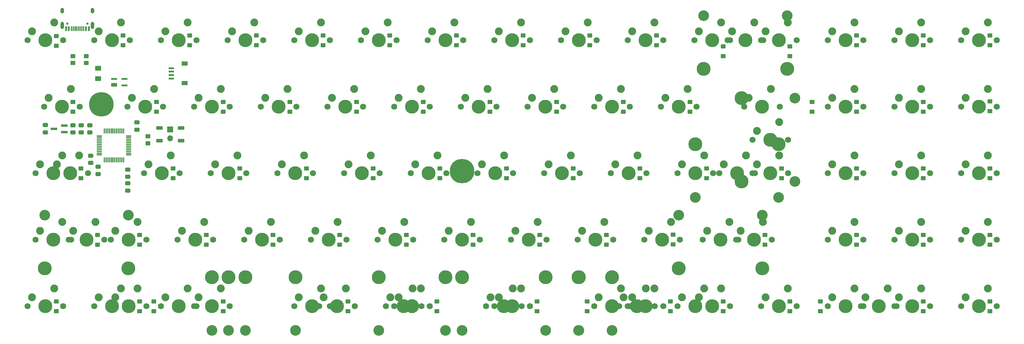
<source format=gbr>
%TF.GenerationSoftware,KiCad,Pcbnew,(7.0.0)*%
%TF.CreationDate,2024-06-11T23:13:23+02:00*%
%TF.ProjectId,qazimodo,71617a69-6d6f-4646-9f2e-6b696361645f,rev?*%
%TF.SameCoordinates,Original*%
%TF.FileFunction,Soldermask,Bot*%
%TF.FilePolarity,Negative*%
%FSLAX46Y46*%
G04 Gerber Fmt 4.6, Leading zero omitted, Abs format (unit mm)*
G04 Created by KiCad (PCBNEW (7.0.0)) date 2024-06-11 23:13:23*
%MOMM*%
%LPD*%
G01*
G04 APERTURE LIST*
G04 Aperture macros list*
%AMRoundRect*
0 Rectangle with rounded corners*
0 $1 Rounding radius*
0 $2 $3 $4 $5 $6 $7 $8 $9 X,Y pos of 4 corners*
0 Add a 4 corners polygon primitive as box body*
4,1,4,$2,$3,$4,$5,$6,$7,$8,$9,$2,$3,0*
0 Add four circle primitives for the rounded corners*
1,1,$1+$1,$2,$3*
1,1,$1+$1,$4,$5*
1,1,$1+$1,$6,$7*
1,1,$1+$1,$8,$9*
0 Add four rect primitives between the rounded corners*
20,1,$1+$1,$2,$3,$4,$5,0*
20,1,$1+$1,$4,$5,$6,$7,0*
20,1,$1+$1,$6,$7,$8,$9,0*
20,1,$1+$1,$8,$9,$2,$3,0*%
G04 Aperture macros list end*
%ADD10C,1.750000*%
%ADD11C,3.987800*%
%ADD12C,2.250000*%
%ADD13C,3.048000*%
%ADD14C,4.000000*%
%ADD15C,2.200000*%
%ADD16C,1.000000*%
%ADD17C,7.001300*%
%ADD18C,7.000240*%
%ADD19RoundRect,0.272727X0.427273X-0.327273X0.427273X0.327273X-0.427273X0.327273X-0.427273X-0.327273X0*%
%ADD20R,1.800000X1.200000*%
%ADD21R,1.550000X0.600000*%
%ADD22RoundRect,0.250000X-0.475000X0.337500X-0.475000X-0.337500X0.475000X-0.337500X0.475000X0.337500X0*%
%ADD23R,1.900000X0.800000*%
%ADD24RoundRect,0.250000X0.475000X-0.337500X0.475000X0.337500X-0.475000X0.337500X-0.475000X-0.337500X0*%
%ADD25RoundRect,0.250000X-0.450000X0.350000X-0.450000X-0.350000X0.450000X-0.350000X0.450000X0.350000X0*%
%ADD26RoundRect,0.250001X-0.624999X0.462499X-0.624999X-0.462499X0.624999X-0.462499X0.624999X0.462499X0*%
%ADD27R,1.700000X1.700000*%
%ADD28O,1.700000X1.700000*%
%ADD29RoundRect,0.275000X0.625000X0.275000X-0.625000X0.275000X-0.625000X-0.275000X0.625000X-0.275000X0*%
%ADD30C,0.650000*%
%ADD31R,0.600000X1.450000*%
%ADD32R,0.300000X1.450000*%
%ADD33O,1.000000X1.600000*%
%ADD34O,1.000000X2.100000*%
%ADD35R,1.700000X1.000000*%
%ADD36R,1.700000X0.600000*%
%ADD37RoundRect,0.075000X0.075000X-0.662500X0.075000X0.662500X-0.075000X0.662500X-0.075000X-0.662500X0*%
%ADD38RoundRect,0.075000X0.662500X-0.075000X0.662500X0.075000X-0.662500X0.075000X-0.662500X-0.075000X0*%
G04 APERTURE END LIST*
D10*
%TO.C,MX3*%
X88582500Y-55562500D03*
D11*
X93662500Y-55562500D03*
D10*
X98742500Y-55562500D03*
D12*
X89852500Y-53022500D03*
X96202500Y-50482500D03*
%TD*%
D10*
%TO.C,MX68*%
X317182500Y-131762500D03*
D11*
X322262500Y-131762500D03*
D10*
X327342500Y-131762500D03*
D12*
X318452500Y-129222500D03*
X324802500Y-126682500D03*
%TD*%
D11*
%TO.C,MX61*%
X174663687Y-123507500D03*
D13*
X174663687Y-138747500D03*
D10*
X181489937Y-131762500D03*
D11*
X186569937Y-131762500D03*
D10*
X191649937Y-131762500D03*
D11*
X198476187Y-123507500D03*
D13*
X198476187Y-138747500D03*
D12*
X182759937Y-129222500D03*
X189109937Y-126682500D03*
%TD*%
D10*
%TO.C,MX52*%
X279082500Y-112712500D03*
D11*
X284162500Y-112712500D03*
D10*
X289242500Y-112712500D03*
D12*
X280352500Y-110172500D03*
X286702500Y-107632500D03*
%TD*%
D10*
%TO.C,MX34*%
X140970000Y-93662500D03*
D11*
X146050000Y-93662500D03*
D10*
X151130000Y-93662500D03*
D12*
X142240000Y-91122500D03*
X148590000Y-88582500D03*
%TD*%
D10*
%TO.C,MX9*%
X202882500Y-55562500D03*
D11*
X207962500Y-55562500D03*
D10*
X213042500Y-55562500D03*
D12*
X204152500Y-53022500D03*
X210502500Y-50482500D03*
%TD*%
D10*
%TO.C,MX14*%
X298132500Y-55562500D03*
D11*
X303212500Y-55562500D03*
D10*
X308292500Y-55562500D03*
D12*
X299402500Y-53022500D03*
X305752500Y-50482500D03*
%TD*%
D10*
%TO.C,MX27*%
X279082500Y-74612500D03*
D11*
X284162500Y-74612500D03*
D10*
X289242500Y-74612500D03*
D12*
X280352500Y-72072500D03*
X286702500Y-69532500D03*
%TD*%
D10*
%TO.C,MX30a1*%
X52795628Y-93662501D03*
D11*
X57875628Y-93662501D03*
D10*
X62955628Y-93662501D03*
D12*
X54065628Y-91122501D03*
X60415628Y-88582501D03*
%TD*%
D10*
%TO.C,MX42*%
X317182500Y-93662500D03*
D11*
X322262500Y-93662500D03*
D10*
X327342500Y-93662500D03*
D12*
X318452500Y-91122500D03*
X324802500Y-88582500D03*
%TD*%
D10*
%TO.C,MX39a1*%
X236220000Y-93662500D03*
D11*
X241300000Y-93662500D03*
D10*
X246380000Y-93662500D03*
D12*
X237490000Y-91122500D03*
X243840000Y-88582500D03*
%TD*%
D10*
%TO.C,MX50*%
X207645000Y-112712500D03*
D11*
X212725000Y-112712500D03*
D10*
X217805000Y-112712500D03*
D12*
X208915000Y-110172500D03*
X215265000Y-107632500D03*
%TD*%
D11*
%TO.C,MX60b1*%
X112712500Y-123507500D03*
D13*
X112712500Y-138747500D03*
D10*
X155257500Y-131762500D03*
D11*
X160337500Y-131762500D03*
D10*
X165417500Y-131762500D03*
D11*
X207962500Y-123507500D03*
D13*
X207962500Y-138747500D03*
D12*
X156527500Y-129222500D03*
X162877500Y-126682500D03*
%TD*%
D10*
%TO.C,MX25*%
X231457500Y-74612500D03*
D11*
X236537500Y-74612500D03*
D10*
X241617500Y-74612500D03*
D12*
X232727500Y-72072500D03*
X239077500Y-69532500D03*
%TD*%
D10*
%TO.C,MX11*%
X240982500Y-55562500D03*
D11*
X246062500Y-55562500D03*
D10*
X251142500Y-55562500D03*
D12*
X242252500Y-53022500D03*
X248602500Y-50482500D03*
%TD*%
D10*
%TO.C,MX62*%
X212407500Y-131762500D03*
D11*
X217487500Y-131762500D03*
D10*
X222567500Y-131762500D03*
D12*
X213677500Y-129222500D03*
X220027500Y-126682500D03*
%TD*%
D10*
%TO.C,MX41*%
X298132500Y-93662500D03*
D11*
X303212500Y-93662500D03*
D10*
X308292500Y-93662500D03*
D12*
X299402500Y-91122500D03*
X305752500Y-88582500D03*
%TD*%
D10*
%TO.C,MX54*%
X317182500Y-112712500D03*
D11*
X322262500Y-112712500D03*
D10*
X327342500Y-112712500D03*
D12*
X318452500Y-110172500D03*
X324802500Y-107632500D03*
%TD*%
D13*
%TO.C,MX12a1*%
X243681250Y-48577500D03*
D11*
X243681250Y-63817500D03*
D10*
X250507500Y-55562500D03*
D11*
X255587500Y-55562500D03*
D10*
X260667500Y-55562500D03*
D13*
X267493750Y-48577500D03*
D11*
X267493750Y-63817500D03*
D12*
X251777500Y-53022500D03*
X258127500Y-50482500D03*
%TD*%
D14*
%TO.C,MX60c1*%
X160337500Y-131762500D03*
D15*
X156527500Y-129222500D03*
X162877500Y-126682500D03*
%TD*%
D10*
%TO.C,MX45*%
X112395000Y-112712500D03*
D11*
X117475000Y-112712500D03*
D10*
X122555000Y-112712500D03*
D12*
X113665000Y-110172500D03*
X120015000Y-107632500D03*
%TD*%
D10*
%TO.C,MX67*%
X298132500Y-131762500D03*
D11*
X303212500Y-131762500D03*
D10*
X308292500Y-131762500D03*
D12*
X299402500Y-129222500D03*
X305752500Y-126682500D03*
%TD*%
D10*
%TO.C,MX53*%
X298132500Y-112712500D03*
D11*
X303212500Y-112712500D03*
D10*
X308292500Y-112712500D03*
D12*
X299402500Y-110172500D03*
X305752500Y-107632500D03*
%TD*%
D10*
%TO.C,MX33*%
X121920000Y-93662500D03*
D11*
X127000000Y-93662500D03*
D10*
X132080000Y-93662500D03*
D12*
X123190000Y-91122500D03*
X129540000Y-88582500D03*
%TD*%
D10*
%TO.C,MX8*%
X183832500Y-55562500D03*
D11*
X188912500Y-55562500D03*
D10*
X193992500Y-55562500D03*
D12*
X185102500Y-53022500D03*
X191452500Y-50482500D03*
%TD*%
D10*
%TO.C,MX38*%
X217170000Y-93662500D03*
D11*
X222250000Y-93662500D03*
D10*
X227330000Y-93662500D03*
D12*
X218440000Y-91122500D03*
X224790000Y-88582500D03*
%TD*%
D10*
%TO.C,MX48*%
X169545000Y-112712500D03*
D11*
X174625000Y-112712500D03*
D10*
X179705000Y-112712500D03*
D12*
X170815000Y-110172500D03*
X177165000Y-107632500D03*
%TD*%
D10*
%TO.C,MX19*%
X117157500Y-74612500D03*
D11*
X122237500Y-74612500D03*
D10*
X127317500Y-74612500D03*
D12*
X118427500Y-72072500D03*
X124777500Y-69532500D03*
%TD*%
D11*
%TO.C,MX26a1*%
X254444500Y-72199500D03*
X254444500Y-96075500D03*
D10*
X257619500Y-84137500D03*
D11*
X262699500Y-84137500D03*
D10*
X267779500Y-84137500D03*
D13*
X269684500Y-72199500D03*
X269684500Y-96075500D03*
D12*
X258889500Y-81597500D03*
X265239500Y-79057500D03*
%TD*%
D10*
%TO.C,MX10*%
X221932500Y-55562500D03*
D11*
X227012500Y-55562500D03*
D10*
X232092500Y-55562500D03*
D12*
X223202500Y-53022500D03*
X229552500Y-50482500D03*
%TD*%
D10*
%TO.C,MX21*%
X155257500Y-74612500D03*
D11*
X160337500Y-74612500D03*
D10*
X165417500Y-74612500D03*
D12*
X156527500Y-72072500D03*
X162877500Y-69532500D03*
%TD*%
D10*
%TO.C,MX66a1*%
X288607500Y-131762500D03*
D11*
X293687500Y-131762500D03*
D10*
X298767500Y-131762500D03*
D12*
X289877500Y-129222500D03*
X296227500Y-126682500D03*
%TD*%
D10*
%TO.C,MX37*%
X198120000Y-93662500D03*
D11*
X203200000Y-93662500D03*
D10*
X208280000Y-93662500D03*
D12*
X199390000Y-91122500D03*
X205740000Y-88582500D03*
%TD*%
D10*
%TO.C,MX64*%
X236220000Y-131762500D03*
D11*
X241300000Y-131762500D03*
D10*
X246380000Y-131762500D03*
D12*
X237490000Y-129222500D03*
X243840000Y-126682500D03*
%TD*%
D10*
%TO.C,MX46*%
X131445000Y-112712500D03*
D11*
X136525000Y-112712500D03*
D10*
X141605000Y-112712500D03*
D12*
X132715000Y-110172500D03*
X139065000Y-107632500D03*
%TD*%
D11*
%TO.C,MX39*%
X241268250Y-85407500D03*
D13*
X241268250Y-100647500D03*
D10*
X248094500Y-93662500D03*
D11*
X253174500Y-93662500D03*
D10*
X258254500Y-93662500D03*
D11*
X265080750Y-85407500D03*
D13*
X265080750Y-100647500D03*
D12*
X249364500Y-91122500D03*
X255714500Y-88582500D03*
%TD*%
D10*
%TO.C,MX44*%
X93345000Y-112712500D03*
D11*
X98425000Y-112712500D03*
D10*
X103505000Y-112712500D03*
D12*
X94615000Y-110172500D03*
X100965000Y-107632500D03*
%TD*%
D10*
%TO.C,MX26*%
X255270000Y-74612500D03*
D11*
X260350000Y-74612500D03*
D10*
X265430000Y-74612500D03*
D12*
X256540000Y-72072500D03*
X262890000Y-69532500D03*
%TD*%
D11*
%TO.C,MX61a1*%
X169862500Y-123507500D03*
D13*
X169862500Y-138747500D03*
D10*
X183832500Y-131762500D03*
D11*
X188912500Y-131762500D03*
D10*
X193992500Y-131762500D03*
D11*
X207962500Y-123507500D03*
D13*
X207962500Y-138747500D03*
D12*
X185102500Y-129222500D03*
X191452500Y-126682500D03*
%TD*%
D10*
%TO.C,MX30*%
X57594500Y-93662500D03*
D11*
X62674500Y-93662500D03*
D10*
X67754500Y-93662500D03*
D12*
X58864500Y-91122500D03*
X65214500Y-88582500D03*
%TD*%
D10*
%TO.C,MX40*%
X279082500Y-93662500D03*
D11*
X284162500Y-93662500D03*
D10*
X289242500Y-93662500D03*
D12*
X280352500Y-91122500D03*
X286702500Y-88582500D03*
%TD*%
D10*
%TO.C,MX49*%
X188595000Y-112712500D03*
D11*
X193675000Y-112712500D03*
D10*
X198755000Y-112712500D03*
D12*
X189865000Y-110172500D03*
X196215000Y-107632500D03*
%TD*%
D10*
%TO.C,MX23*%
X193357500Y-74612500D03*
D11*
X198437500Y-74612500D03*
D10*
X203517500Y-74612500D03*
D12*
X194627500Y-72072500D03*
X200977500Y-69532500D03*
%TD*%
D10*
%TO.C,MX24*%
X212407500Y-74612500D03*
D11*
X217487500Y-74612500D03*
D10*
X222567500Y-74612500D03*
D12*
X213677500Y-72072500D03*
X220027500Y-69532500D03*
%TD*%
D10*
%TO.C,MX55*%
X50482500Y-131762500D03*
D11*
X55562500Y-131762500D03*
D10*
X60642500Y-131762500D03*
D12*
X51752500Y-129222500D03*
X58102500Y-126682500D03*
%TD*%
D10*
%TO.C,MX2*%
X69532500Y-55562500D03*
D11*
X74612500Y-55562500D03*
D10*
X79692500Y-55562500D03*
D12*
X70802500Y-53022500D03*
X77152500Y-50482500D03*
%TD*%
D10*
%TO.C,MX31*%
X83820000Y-93662500D03*
D11*
X88900000Y-93662500D03*
D10*
X93980000Y-93662500D03*
D12*
X85090000Y-91122500D03*
X91440000Y-88582500D03*
%TD*%
D10*
%TO.C,MX63b1*%
X219550000Y-131762500D03*
D11*
X224630000Y-131762500D03*
D10*
X229710000Y-131762500D03*
D12*
X220820000Y-129222500D03*
X227170000Y-126682500D03*
%TD*%
D10*
%TO.C,MX58*%
X98107500Y-131762500D03*
D11*
X103187500Y-131762500D03*
D10*
X108267500Y-131762500D03*
D12*
X99377500Y-129222500D03*
X105727500Y-126682500D03*
%TD*%
D10*
%TO.C,MX29*%
X317182500Y-74612500D03*
D11*
X322262500Y-74612500D03*
D10*
X327342500Y-74612500D03*
D12*
X318452500Y-72072500D03*
X324802500Y-69532500D03*
%TD*%
D10*
%TO.C,MX57a1*%
X88582500Y-131762500D03*
D11*
X93662500Y-131762500D03*
D10*
X98742500Y-131762500D03*
D12*
X89852500Y-129222500D03*
X96202500Y-126682500D03*
%TD*%
D10*
%TO.C,MX32*%
X102870000Y-93662500D03*
D11*
X107950000Y-93662500D03*
D10*
X113030000Y-93662500D03*
D12*
X104140000Y-91122500D03*
X110490000Y-88582500D03*
%TD*%
D10*
%TO.C,MX12*%
X260032500Y-55562500D03*
D11*
X265112500Y-55562500D03*
D10*
X270192500Y-55562500D03*
D12*
X261302500Y-53022500D03*
X267652500Y-50482500D03*
%TD*%
D10*
%TO.C,MX17*%
X79057500Y-74612500D03*
D11*
X84137500Y-74612500D03*
D10*
X89217500Y-74612500D03*
D12*
X80327500Y-72072500D03*
X86677500Y-69532500D03*
%TD*%
D10*
%TO.C,MX16*%
X55245000Y-74612500D03*
D11*
X60325000Y-74612500D03*
D10*
X65405000Y-74612500D03*
D12*
X56515000Y-72072500D03*
X62865000Y-69532500D03*
%TD*%
D11*
%TO.C,MX60a1*%
X107924600Y-123507500D03*
D13*
X107924600Y-138747500D03*
D10*
X152844500Y-131762500D03*
D11*
X157924500Y-131762500D03*
D10*
X163004500Y-131762500D03*
D11*
X207924400Y-123507500D03*
D13*
X207924400Y-138747500D03*
D12*
X154114500Y-129222500D03*
X160464500Y-126682500D03*
%TD*%
D10*
%TO.C,MX36*%
X179070000Y-93662500D03*
D11*
X184150000Y-93662500D03*
D10*
X189230000Y-93662500D03*
D12*
X180340000Y-91122500D03*
X186690000Y-88582500D03*
%TD*%
D11*
%TO.C,MX59a1*%
X112712500Y-123507500D03*
D13*
X112712500Y-138747500D03*
D10*
X126682500Y-131762500D03*
D11*
X131762500Y-131762500D03*
D10*
X136842500Y-131762500D03*
D11*
X150812500Y-123507500D03*
D13*
X150812500Y-138747500D03*
D12*
X127952500Y-129222500D03*
X134302500Y-126682500D03*
%TD*%
D13*
%TO.C,MX51b1*%
X236569250Y-105727500D03*
D11*
X236569250Y-120967500D03*
D10*
X243395500Y-112712500D03*
D11*
X248475500Y-112712500D03*
D10*
X253555500Y-112712500D03*
D13*
X260381750Y-105727500D03*
D11*
X260381750Y-120967500D03*
D12*
X244665500Y-110172500D03*
X251015500Y-107632500D03*
%TD*%
D10*
%TO.C,MX5*%
X126682500Y-55562500D03*
D11*
X131762500Y-55562500D03*
D10*
X136842500Y-55562500D03*
D12*
X127952500Y-53022500D03*
X134302500Y-50482500D03*
%TD*%
D10*
%TO.C,MX7*%
X164782500Y-55562500D03*
D11*
X169862500Y-55562500D03*
D10*
X174942500Y-55562500D03*
D12*
X166052500Y-53022500D03*
X172402500Y-50482500D03*
%TD*%
D10*
%TO.C,MX18*%
X98107500Y-74612500D03*
D11*
X103187500Y-74612500D03*
D10*
X108267500Y-74612500D03*
D12*
X99377500Y-72072500D03*
X105727500Y-69532500D03*
%TD*%
D10*
%TO.C,MX15*%
X317182500Y-55562500D03*
D11*
X322262500Y-55562500D03*
D10*
X327342500Y-55562500D03*
D12*
X318452500Y-53022500D03*
X324802500Y-50482500D03*
%TD*%
D10*
%TO.C,MX56b1*%
X74295000Y-131762500D03*
D11*
X79375000Y-131762500D03*
D10*
X84455000Y-131762500D03*
D12*
X75565000Y-129222500D03*
X81915000Y-126682500D03*
%TD*%
D10*
%TO.C,MX63*%
X221932500Y-131762500D03*
D11*
X227012500Y-131762500D03*
D10*
X232092500Y-131762500D03*
D12*
X223202500Y-129222500D03*
X229552500Y-126682500D03*
%TD*%
D10*
%TO.C,MX4*%
X107632500Y-55562500D03*
D11*
X112712500Y-55562500D03*
D10*
X117792500Y-55562500D03*
D12*
X108902500Y-53022500D03*
X115252500Y-50482500D03*
%TD*%
D10*
%TO.C,MX20*%
X136207500Y-74612500D03*
D11*
X141287500Y-74612500D03*
D10*
X146367500Y-74612500D03*
D12*
X137477500Y-72072500D03*
X143827500Y-69532500D03*
%TD*%
D10*
%TO.C,MX28*%
X298132500Y-74612500D03*
D11*
X303212500Y-74612500D03*
D10*
X308292500Y-74612500D03*
D12*
X299402500Y-72072500D03*
X305752500Y-69532500D03*
%TD*%
D10*
%TO.C,MX51*%
X226695000Y-112712500D03*
D11*
X231775000Y-112712500D03*
D10*
X236855000Y-112712500D03*
D12*
X227965000Y-110172500D03*
X234315000Y-107632500D03*
%TD*%
D10*
%TO.C,MX35*%
X160020000Y-93662500D03*
D11*
X165100000Y-93662500D03*
D10*
X170180000Y-93662500D03*
D12*
X161290000Y-91122500D03*
X167640000Y-88582500D03*
%TD*%
D10*
%TO.C,MX66*%
X279082500Y-131762500D03*
D11*
X284162500Y-131762500D03*
D10*
X289242500Y-131762500D03*
D12*
X280352500Y-129222500D03*
X286702500Y-126682500D03*
%TD*%
D10*
%TO.C,MX51a1*%
X252920500Y-112712500D03*
D11*
X258000500Y-112712500D03*
D10*
X263080500Y-112712500D03*
D12*
X254190500Y-110172500D03*
X260540500Y-107632500D03*
%TD*%
D11*
%TO.C,MX59*%
X127031750Y-123507500D03*
D13*
X127031750Y-138747500D03*
D10*
X133858000Y-131762500D03*
D11*
X138938000Y-131762500D03*
D10*
X144018000Y-131762500D03*
D11*
X150844250Y-123507500D03*
D13*
X150844250Y-138747500D03*
D12*
X135128000Y-129222500D03*
X141478000Y-126682500D03*
%TD*%
D10*
%TO.C,MX64b1*%
X240982500Y-131762500D03*
D11*
X246062500Y-131762500D03*
D10*
X251142500Y-131762500D03*
D12*
X242252500Y-129222500D03*
X248602500Y-126682500D03*
%TD*%
D10*
%TO.C,MX47*%
X150495000Y-112712500D03*
D11*
X155575000Y-112712500D03*
D10*
X160655000Y-112712500D03*
D12*
X151765000Y-110172500D03*
X158115000Y-107632500D03*
%TD*%
D16*
%TO.C,*%
X69325000Y-73991000D03*
X69325000Y-73991000D03*
X69998654Y-72364654D03*
X69998654Y-72364654D03*
X69998654Y-75617346D03*
X69998654Y-75617346D03*
X71625000Y-71691000D03*
X71625000Y-71691000D03*
D17*
X71625000Y-73991000D03*
X71625000Y-73991000D03*
D16*
X71625000Y-76291000D03*
X71625000Y-76291000D03*
X73251346Y-72364654D03*
X73251346Y-72364654D03*
X73251346Y-75617346D03*
X73251346Y-75617346D03*
X73925000Y-73991000D03*
X73925000Y-73991000D03*
D18*
X174625000Y-93091000D03*
X174625000Y-93091000D03*
%TD*%
D10*
%TO.C,MX39b1*%
X257619500Y-93662500D03*
D11*
X262699500Y-93662500D03*
D10*
X267779500Y-93662500D03*
D12*
X258889500Y-91122500D03*
X265239500Y-88582500D03*
%TD*%
D10*
%TO.C,MX56*%
X69532500Y-131762500D03*
D11*
X74612500Y-131762500D03*
D10*
X79692500Y-131762500D03*
D12*
X70802500Y-129222500D03*
X77152500Y-126682500D03*
%TD*%
D10*
%TO.C,MX43b1*%
X74295000Y-112712500D03*
D11*
X79375000Y-112712500D03*
D10*
X84455000Y-112712500D03*
D12*
X75565000Y-110172500D03*
X81915000Y-107632500D03*
%TD*%
D10*
%TO.C,MX43a1*%
X52839685Y-112727971D03*
D11*
X57919685Y-112727971D03*
D10*
X62999685Y-112727971D03*
D12*
X54109685Y-110187971D03*
X60459685Y-107647971D03*
%TD*%
D10*
%TO.C,MX65b1*%
X260032500Y-131762500D03*
D11*
X265112500Y-131762500D03*
D10*
X270192500Y-131762500D03*
D12*
X261302500Y-129222500D03*
X267652500Y-126682500D03*
%TD*%
D10*
%TO.C,MX22*%
X174307500Y-74612500D03*
D11*
X179387500Y-74612500D03*
D10*
X184467500Y-74612500D03*
D12*
X175577500Y-72072500D03*
X181927500Y-69532500D03*
%TD*%
D10*
%TO.C,MX13*%
X279082500Y-55562500D03*
D11*
X284162500Y-55562500D03*
D10*
X289242500Y-55562500D03*
D12*
X280352500Y-53022500D03*
X286702500Y-50482500D03*
%TD*%
D10*
%TO.C,MX6*%
X145732500Y-55562500D03*
D11*
X150812500Y-55562500D03*
D10*
X155892500Y-55562500D03*
D12*
X147002500Y-53022500D03*
X153352500Y-50482500D03*
%TD*%
D11*
%TO.C,MX60*%
X103187500Y-123507500D03*
D13*
X103187500Y-138747500D03*
D10*
X155257500Y-131762500D03*
D11*
X160337500Y-131762500D03*
D10*
X165417500Y-131762500D03*
D11*
X217487500Y-123507500D03*
D13*
X217487500Y-138747500D03*
D12*
X156527500Y-129222500D03*
X162877500Y-126682500D03*
%TD*%
D10*
%TO.C,MX1*%
X50482500Y-55562500D03*
D11*
X55562500Y-55562500D03*
D10*
X60642500Y-55562500D03*
D12*
X51752500Y-53022500D03*
X58102500Y-50482500D03*
%TD*%
D13*
%TO.C,MX43*%
X55467250Y-105727500D03*
D11*
X55467250Y-120967500D03*
D10*
X62293500Y-112712500D03*
D11*
X67373500Y-112712500D03*
D10*
X72453500Y-112712500D03*
D13*
X79279750Y-105727500D03*
D11*
X79279750Y-120967500D03*
D12*
X63563500Y-110172500D03*
X69913500Y-107632500D03*
%TD*%
D19*
%TO.C,D7*%
X77787500Y-57012500D03*
X77787500Y-54212500D03*
%TD*%
%TO.C,D42*%
X234950000Y-114124400D03*
X234950000Y-111324400D03*
%TD*%
%TO.C,D48*%
X265906250Y-95112500D03*
X265906250Y-92312500D03*
%TD*%
%TO.C,D11*%
X82550000Y-133212500D03*
X82550000Y-130412500D03*
%TD*%
%TO.C,D58*%
X268287500Y-133212500D03*
X268287500Y-130412500D03*
%TD*%
D20*
%TO.C,J2*%
X95412499Y-62287499D03*
X95412499Y-67887499D03*
D21*
X91537499Y-63587499D03*
X91537499Y-64587499D03*
X91537499Y-65587499D03*
X91537499Y-66587499D03*
%TD*%
D19*
%TO.C,D71*%
X325437500Y-133212500D03*
X325437500Y-130412500D03*
%TD*%
%TO.C,D52*%
X287337500Y-114162500D03*
X287337500Y-111362500D03*
%TD*%
%TO.C,D15*%
X120650000Y-114162500D03*
X120650000Y-111362500D03*
%TD*%
%TO.C,D38*%
X201612500Y-76062500D03*
X201612500Y-73262500D03*
%TD*%
%TO.C,D50*%
X239712500Y-76062500D03*
X239712500Y-73262500D03*
%TD*%
D22*
%TO.C,C16*%
X55562500Y-79918754D03*
X55562500Y-81993754D03*
%TD*%
D19*
%TO.C,D62*%
X325437500Y-114162500D03*
X325437500Y-111362500D03*
%TD*%
%TO.C,D70*%
X325437500Y-57012500D03*
X325437500Y-54212500D03*
%TD*%
D23*
%TO.C,U3*%
X61031249Y-80012499D03*
X61031249Y-81912499D03*
X58031249Y-80962499D03*
%TD*%
D24*
%TO.C,C10*%
X81756250Y-81206250D03*
X81756250Y-79131250D03*
%TD*%
D19*
%TO.C,D16*%
X86614000Y-133212500D03*
X86614000Y-130412500D03*
%TD*%
D24*
%TO.C,C17*%
X63500000Y-82000000D03*
X63500000Y-79925000D03*
%TD*%
D22*
%TO.C,C15*%
X68562500Y-88656250D03*
X68562500Y-90731250D03*
%TD*%
D19*
%TO.C,D66*%
X325437500Y-95112500D03*
X325437500Y-92312500D03*
%TD*%
%TO.C,D18*%
X125412500Y-76062500D03*
X125412500Y-73262500D03*
%TD*%
%TO.C,D61*%
X306387500Y-95112500D03*
X306387500Y-92312500D03*
%TD*%
%TO.C,D41*%
X210343750Y-133212500D03*
X210343750Y-130412500D03*
%TD*%
%TO.C,D34*%
X187325000Y-95112500D03*
X187325000Y-92312500D03*
%TD*%
D22*
%TO.C,C12*%
X79123466Y-92625000D03*
X79123466Y-94700000D03*
%TD*%
D19*
%TO.C,D65*%
X306387500Y-76062500D03*
X306387500Y-73262500D03*
%TD*%
%TO.C,D4*%
X65784192Y-95101705D03*
X65784192Y-92301705D03*
%TD*%
%TO.C,D14*%
X111125000Y-95112500D03*
X111125000Y-92312500D03*
%TD*%
D25*
%TO.C,R5*%
X84931250Y-83137500D03*
X84931250Y-85137500D03*
%TD*%
D19*
%TO.C,D47*%
X234156250Y-133212500D03*
X234156250Y-130412500D03*
%TD*%
%TO.C,D57*%
X306387500Y-114162500D03*
X306387500Y-111362500D03*
%TD*%
%TO.C,D51*%
X244475000Y-95112500D03*
X244475000Y-92312500D03*
%TD*%
%TO.C,D49*%
X230187500Y-57012500D03*
X230187500Y-54212500D03*
%TD*%
%TO.C,D45*%
X225425000Y-95112500D03*
X225425000Y-92312500D03*
%TD*%
%TO.C,D17*%
X115887500Y-57012500D03*
X115887500Y-54212500D03*
%TD*%
D26*
%TO.C,F1*%
X70643750Y-63600000D03*
X70643750Y-66575000D03*
%TD*%
D19*
%TO.C,D10*%
X101600000Y-114162500D03*
X101600000Y-111362500D03*
%TD*%
D25*
%TO.C,R_USB1*%
X63500000Y-60118750D03*
X63500000Y-62118750D03*
%TD*%
D19*
%TO.C,D19*%
X130175000Y-95112500D03*
X130175000Y-92312500D03*
%TD*%
%TO.C,D5*%
X70515675Y-114176368D03*
X70515675Y-111376368D03*
%TD*%
D25*
%TO.C,R_USB2*%
X67268750Y-60118750D03*
X67268750Y-62118750D03*
%TD*%
D27*
%TO.C,SW2*%
X91243017Y-81180236D03*
D28*
X91243017Y-83720236D03*
%TD*%
D19*
%TO.C,D64*%
X287337500Y-57012500D03*
X287337500Y-54212500D03*
%TD*%
%TO.C,D26*%
X142081250Y-133212500D03*
X142081250Y-130412500D03*
%TD*%
%TO.C,D36*%
X196088000Y-133212500D03*
X196088000Y-130412500D03*
%TD*%
D24*
%TO.C,C9*%
X68262500Y-82000000D03*
X68262500Y-79925000D03*
%TD*%
D29*
%TO.C,SW1*%
X94381250Y-80700000D03*
X88181250Y-80700000D03*
X94381250Y-84400000D03*
X88181250Y-84400000D03*
%TD*%
D19*
%TO.C,D22*%
X134937500Y-57012500D03*
X134937500Y-54212500D03*
%TD*%
D30*
%TO.C,J3*%
X61880000Y-50808000D03*
X67660000Y-50808000D03*
D31*
X61519999Y-52252999D03*
X62319999Y-52252999D03*
D32*
X63519999Y-52252999D03*
X64519999Y-52252999D03*
X65019999Y-52252999D03*
X66019999Y-52252999D03*
D31*
X67219999Y-52252999D03*
X68019999Y-52252999D03*
X68019999Y-52252999D03*
X67219999Y-52252999D03*
D32*
X66519999Y-52252999D03*
X65519999Y-52252999D03*
X64019999Y-52252999D03*
X63019999Y-52252999D03*
D31*
X62319999Y-52252999D03*
X61519999Y-52252999D03*
D33*
X60449999Y-47157999D03*
D34*
X60449999Y-51337999D03*
D33*
X69089999Y-47157999D03*
D34*
X69089999Y-51337999D03*
%TD*%
D22*
%TO.C,C11*%
X79123466Y-96593750D03*
X79123466Y-98668750D03*
%TD*%
D19*
%TO.C,D31*%
X167481250Y-133212500D03*
X167481250Y-130412500D03*
%TD*%
%TO.C,D28*%
X163512500Y-76062500D03*
X163512500Y-73262500D03*
%TD*%
D35*
%TO.C,D72*%
X75207999Y-68377499D03*
D36*
X75207999Y-66677499D03*
X78207999Y-66677499D03*
X78207999Y-68577499D03*
%TD*%
D19*
%TO.C,D63*%
X277018750Y-133212500D03*
X277018750Y-130412500D03*
%TD*%
%TO.C,D44*%
X220662500Y-76062500D03*
X220662500Y-73262500D03*
%TD*%
%TO.C,D68*%
X306387500Y-57012500D03*
X306387500Y-54212500D03*
%TD*%
%TO.C,D29*%
X168275000Y-95112500D03*
X168275000Y-92312500D03*
%TD*%
%TO.C,D24*%
X149225000Y-95112500D03*
X149225000Y-92312500D03*
%TD*%
%TO.C,D2*%
X58737500Y-57203000D03*
X58737500Y-54403000D03*
%TD*%
D37*
%TO.C,U2*%
X77934000Y-89887500D03*
X77434000Y-89887500D03*
X76934000Y-89887500D03*
X76434000Y-89887500D03*
X75934000Y-89887500D03*
X75434000Y-89887500D03*
X74934000Y-89887500D03*
X74434000Y-89887500D03*
X73934000Y-89887500D03*
X73434000Y-89887500D03*
X72934000Y-89887500D03*
X72434000Y-89887500D03*
D38*
X71021500Y-88475000D03*
X71021500Y-87975000D03*
X71021500Y-87475000D03*
X71021500Y-86975000D03*
X71021500Y-86475000D03*
X71021500Y-85975000D03*
X71021500Y-85475000D03*
X71021500Y-84975000D03*
X71021500Y-84475000D03*
X71021500Y-83975000D03*
X71021500Y-83475000D03*
X71021500Y-82975000D03*
D37*
X72434000Y-81562500D03*
X72934000Y-81562500D03*
X73434000Y-81562500D03*
X73934000Y-81562500D03*
X74434000Y-81562500D03*
X74934000Y-81562500D03*
X75434000Y-81562500D03*
X75934000Y-81562500D03*
X76434000Y-81562500D03*
X76934000Y-81562500D03*
X77434000Y-81562500D03*
X77934000Y-81562500D03*
D38*
X79346500Y-82975000D03*
X79346500Y-83475000D03*
X79346500Y-83975000D03*
X79346500Y-84475000D03*
X79346500Y-84975000D03*
X79346500Y-85475000D03*
X79346500Y-85975000D03*
X79346500Y-86475000D03*
X79346500Y-86975000D03*
X79346500Y-87475000D03*
X79346500Y-87975000D03*
X79346500Y-88475000D03*
%TD*%
D24*
%TO.C,C14*%
X65881250Y-82000000D03*
X65881250Y-79925000D03*
%TD*%
D19*
%TO.C,D6*%
X58737500Y-133212500D03*
X58737500Y-130412500D03*
%TD*%
%TO.C,D43*%
X211137500Y-57012500D03*
X211137500Y-54212500D03*
%TD*%
%TO.C,D32*%
X173037500Y-57012500D03*
X173037500Y-54212500D03*
%TD*%
%TO.C,D1*%
X82550000Y-114162500D03*
X82550000Y-111362500D03*
%TD*%
%TO.C,D69*%
X325437500Y-75875000D03*
X325437500Y-73075000D03*
%TD*%
%TO.C,D60*%
X287337500Y-76062500D03*
X287337500Y-73262500D03*
%TD*%
%TO.C,D27*%
X153987500Y-57012500D03*
X153987500Y-54212500D03*
%TD*%
%TO.C,D25*%
X158750000Y-114162500D03*
X158750000Y-111362500D03*
%TD*%
%TO.C,D33*%
X182562500Y-76062500D03*
X182562500Y-73262500D03*
%TD*%
%TO.C,D21*%
X106362500Y-133212500D03*
X106362500Y-130412500D03*
%TD*%
%TO.C,D12*%
X96837500Y-57012500D03*
X96837500Y-54212500D03*
%TD*%
D22*
%TO.C,C13*%
X70643750Y-91831250D03*
X70643750Y-93906250D03*
%TD*%
D19*
%TO.C,D23*%
X144462500Y-76062500D03*
X144462500Y-73262500D03*
%TD*%
%TO.C,D59*%
X268287500Y-60187500D03*
X268287500Y-57387500D03*
%TD*%
%TO.C,D40*%
X215900000Y-114162500D03*
X215900000Y-111362500D03*
%TD*%
%TO.C,D8*%
X87312500Y-76062500D03*
X87312500Y-73262500D03*
%TD*%
%TO.C,D56*%
X287337500Y-95112500D03*
X287337500Y-92312500D03*
%TD*%
%TO.C,D37*%
X192087500Y-57012500D03*
X192087500Y-54212500D03*
%TD*%
%TO.C,D54*%
X249237500Y-60187500D03*
X249237500Y-57387500D03*
%TD*%
%TO.C,D55*%
X274637500Y-76062500D03*
X274637500Y-73262500D03*
%TD*%
%TO.C,D9*%
X92075000Y-95112500D03*
X92075000Y-92312500D03*
%TD*%
%TO.C,D3*%
X63500000Y-76062500D03*
X63500000Y-73262500D03*
%TD*%
%TO.C,D67*%
X306387500Y-133212500D03*
X306387500Y-130412500D03*
%TD*%
%TO.C,D13*%
X106362500Y-76062500D03*
X106362500Y-73262500D03*
%TD*%
%TO.C,D30*%
X177800000Y-114162500D03*
X177800000Y-111362500D03*
%TD*%
%TO.C,D46*%
X261143750Y-114162500D03*
X261143750Y-111362500D03*
%TD*%
%TO.C,D39*%
X206375000Y-95112500D03*
X206375000Y-92312500D03*
%TD*%
%TO.C,D35*%
X196850000Y-114162500D03*
X196850000Y-111362500D03*
%TD*%
%TO.C,D20*%
X139700000Y-114162500D03*
X139700000Y-111362500D03*
%TD*%
%TO.C,D53*%
X249237500Y-133212500D03*
X249237500Y-130412500D03*
%TD*%
M02*

</source>
